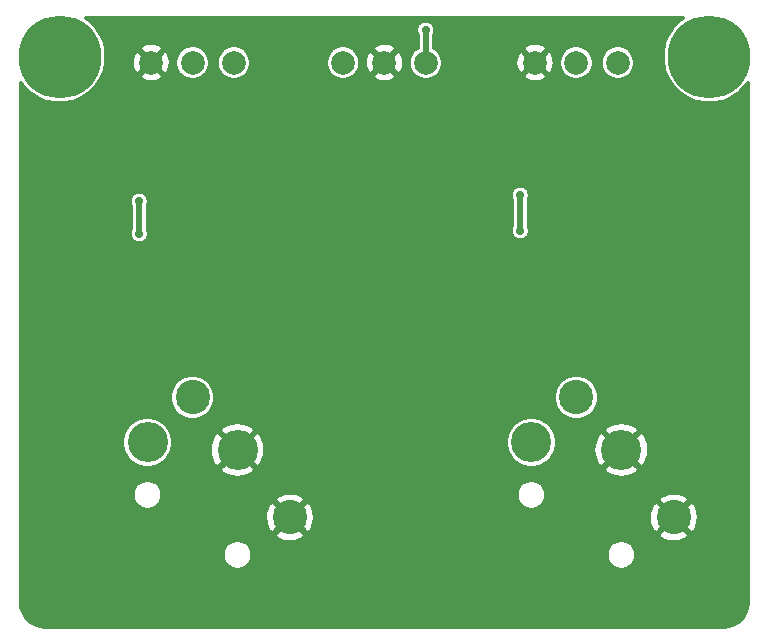
<source format=gbr>
%TF.GenerationSoftware,KiCad,Pcbnew,(5.1.6-0)*%
%TF.CreationDate,2023-04-12T18:51:22-07:00*%
%TF.ProjectId,input_buffer_bal_XLR_SMD_1206,696e7075-745f-4627-9566-6665725f6261,rev?*%
%TF.SameCoordinates,Original*%
%TF.FileFunction,Copper,L2,Bot*%
%TF.FilePolarity,Positive*%
%FSLAX46Y46*%
G04 Gerber Fmt 4.6, Leading zero omitted, Abs format (unit mm)*
G04 Created by KiCad (PCBNEW (5.1.6-0)) date 2023-04-12 18:51:22*
%MOMM*%
%LPD*%
G01*
G04 APERTURE LIST*
%TA.AperFunction,ComponentPad*%
%ADD10C,0.800000*%
%TD*%
%TA.AperFunction,ComponentPad*%
%ADD11C,7.000000*%
%TD*%
%TA.AperFunction,ComponentPad*%
%ADD12C,2.900000*%
%TD*%
%TA.AperFunction,ComponentPad*%
%ADD13C,3.400000*%
%TD*%
%TA.AperFunction,ComponentPad*%
%ADD14C,2.000000*%
%TD*%
%TA.AperFunction,ViaPad*%
%ADD15C,0.700000*%
%TD*%
%TA.AperFunction,Conductor*%
%ADD16C,0.500000*%
%TD*%
%TA.AperFunction,Conductor*%
%ADD17C,0.300000*%
%TD*%
G04 APERTURE END LIST*
D10*
%TO.P,H2,1*%
%TO.N,N/C*%
X150606155Y-106893845D03*
X148750000Y-106125000D03*
X146893845Y-106893845D03*
X146125000Y-108750000D03*
X146893845Y-110606155D03*
X148750000Y-111375000D03*
X150606155Y-110606155D03*
X151375000Y-108750000D03*
D11*
X148750000Y-108750000D03*
%TD*%
D10*
%TO.P,H1,1*%
%TO.N,N/C*%
X95606155Y-106893845D03*
X93750000Y-106125000D03*
X91893845Y-106893845D03*
X91125000Y-108750000D03*
X91893845Y-110606155D03*
X93750000Y-111375000D03*
X95606155Y-110606155D03*
X96375000Y-108750000D03*
D11*
X93750000Y-108750000D03*
%TD*%
D12*
%TO.P,J2,G*%
%TO.N,GND*%
X145750000Y-147760000D03*
%TO.P,J2,3*%
%TO.N,Net-(D4-Pad2)*%
X137500000Y-137590000D03*
D13*
%TO.P,J2,2*%
%TO.N,Net-(D3-Pad1)*%
X133690000Y-141405000D03*
%TO.P,J2,1*%
%TO.N,GND*%
X141310000Y-142040000D03*
%TD*%
D12*
%TO.P,J1,G*%
%TO.N,GND*%
X113250000Y-147760000D03*
%TO.P,J1,3*%
%TO.N,Net-(D2-Pad2)*%
X105000000Y-137590000D03*
D13*
%TO.P,J1,2*%
%TO.N,Net-(D1-Pad1)*%
X101190000Y-141405000D03*
%TO.P,J1,1*%
%TO.N,GND*%
X108810000Y-142040000D03*
%TD*%
D14*
%TO.P,J5,3*%
%TO.N,GND*%
X134000000Y-109250000D03*
%TO.P,J5,2*%
%TO.N,Net-(J5-Pad2)*%
X137500000Y-109250000D03*
%TO.P,J5,1*%
%TO.N,Net-(J5-Pad1)*%
X141000000Y-109250000D03*
%TD*%
%TO.P,J4,3*%
%TO.N,GND*%
X101500000Y-109250000D03*
%TO.P,J4,2*%
%TO.N,Net-(J4-Pad2)*%
X105000000Y-109250000D03*
%TO.P,J4,1*%
%TO.N,Net-(J4-Pad1)*%
X108500000Y-109250000D03*
%TD*%
%TO.P,J3,3*%
%TO.N,+15V*%
X117750000Y-109250000D03*
%TO.P,J3,2*%
%TO.N,GND*%
X121250000Y-109250000D03*
%TO.P,J3,1*%
%TO.N,-15V*%
X124750000Y-109250000D03*
%TD*%
D15*
%TO.N,GND*%
X103325000Y-117000000D03*
X106750000Y-126000000D03*
X109750000Y-128250000D03*
X100250000Y-128250000D03*
X94750000Y-122250000D03*
X105000000Y-130250000D03*
X115250000Y-122250000D03*
X137500000Y-130250000D03*
X142750000Y-128250000D03*
X132250000Y-128250000D03*
X139000000Y-126000000D03*
X135750000Y-117000000D03*
X148250000Y-122250000D03*
X126750000Y-122250000D03*
X91651191Y-113492500D03*
X91651191Y-117492500D03*
X91651191Y-121492500D03*
X91651191Y-125492500D03*
X91651191Y-129492500D03*
X91651191Y-133492500D03*
X91651191Y-137492500D03*
X91651191Y-141492500D03*
X91651191Y-145492500D03*
X91651191Y-149492500D03*
X91651191Y-153492500D03*
X93651191Y-115492500D03*
X93651191Y-119492500D03*
X93651191Y-127492500D03*
X93651191Y-131492500D03*
X93651191Y-135492500D03*
X93651191Y-139492500D03*
X93651191Y-143492500D03*
X93651191Y-147492500D03*
X93651191Y-151492500D03*
X93651191Y-155492500D03*
X94651191Y-124492500D03*
X95651191Y-113492500D03*
X95651191Y-117492500D03*
X95651191Y-137492500D03*
X95651191Y-141492500D03*
X95651191Y-145492500D03*
X95651191Y-149492500D03*
X95651191Y-153492500D03*
X96651191Y-120492500D03*
X97651191Y-115492500D03*
X97651191Y-127492500D03*
X97651191Y-131492500D03*
X97651191Y-135492500D03*
X97651191Y-139492500D03*
X97651191Y-143492500D03*
X97651191Y-147492500D03*
X97651191Y-151492500D03*
X97651191Y-155492500D03*
X98651191Y-106492500D03*
X98651191Y-118492500D03*
X99651191Y-133492500D03*
X99651191Y-137492500D03*
X99651191Y-149492500D03*
X99651191Y-153492500D03*
X100651191Y-112492500D03*
X101651191Y-115492500D03*
X101651191Y-135492500D03*
X101651191Y-151492500D03*
X101651191Y-155492500D03*
X102651191Y-147492500D03*
X103651191Y-113492500D03*
X103651191Y-133492500D03*
X103651191Y-143492500D03*
X103651191Y-153492500D03*
X104651191Y-119492500D03*
X104651191Y-123492500D03*
X104651191Y-140492500D03*
X104651191Y-149492500D03*
X105651191Y-111492500D03*
X105651191Y-145492500D03*
X105651191Y-155492500D03*
X106651191Y-127492500D03*
X106651191Y-134492500D03*
X106651191Y-151492500D03*
X107651191Y-124492500D03*
X107651191Y-138492500D03*
X107651191Y-147492500D03*
X108651191Y-112492500D03*
X108651191Y-118492500D03*
X108651191Y-153492500D03*
X109651191Y-115492500D03*
X109651191Y-130492500D03*
X109651191Y-135492500D03*
X109651191Y-145492500D03*
X110651191Y-109492500D03*
X110651191Y-149492500D03*
X110651191Y-155492500D03*
X111651191Y-113492500D03*
X111651191Y-117492500D03*
X111651191Y-132492500D03*
X111651191Y-137492500D03*
X111651191Y-152492500D03*
X112651191Y-120492500D03*
X112651191Y-127492500D03*
X112651191Y-140492500D03*
X112651191Y-144492500D03*
X113651191Y-110492500D03*
X113651191Y-115492500D03*
X113651191Y-135492500D03*
X113651191Y-154492500D03*
X114651191Y-118492500D03*
X114651191Y-138492500D03*
X114651191Y-142492500D03*
X114651191Y-150492500D03*
X115651191Y-112492500D03*
X115651191Y-124492500D03*
X115651191Y-128492500D03*
X115651191Y-132492500D03*
X115651191Y-145492500D03*
X116651191Y-116492500D03*
X116651191Y-120492500D03*
X116651191Y-136492500D03*
X116651191Y-140492500D03*
X116651191Y-148492500D03*
X116651191Y-152492500D03*
X117651191Y-126492500D03*
X117651191Y-130492500D03*
X117651191Y-143492500D03*
X117651191Y-155492500D03*
X118651191Y-111492500D03*
X118651191Y-118492500D03*
X118651191Y-122492500D03*
X118651191Y-133492500D03*
X118651191Y-138492500D03*
X118651191Y-146492500D03*
X118651191Y-150492500D03*
X119651191Y-114492500D03*
X119651191Y-128492500D03*
X119651191Y-141492500D03*
X119651191Y-153492500D03*
X120651191Y-120492500D03*
X120651191Y-124492500D03*
X120651191Y-131492500D03*
X120651191Y-135492500D03*
X120651191Y-144492500D03*
X120651191Y-148492500D03*
X121651191Y-112492500D03*
X121651191Y-116492500D03*
X121651191Y-139492500D03*
X121651191Y-151492500D03*
X121651191Y-155492500D03*
X122651191Y-122492500D03*
X122651191Y-126492500D03*
X122651191Y-133492500D03*
X122651191Y-142492500D03*
X122651191Y-146492500D03*
X123651191Y-114492500D03*
X123651191Y-118492500D03*
X123651191Y-129492500D03*
X123651191Y-136492500D03*
X123651191Y-149492500D03*
X123651191Y-153492500D03*
X124651191Y-111492500D03*
X124651191Y-124492500D03*
X124651191Y-140492500D03*
X124651191Y-144492500D03*
X125651191Y-116492500D03*
X125651191Y-120492500D03*
X125651191Y-127492500D03*
X125651191Y-131492500D03*
X125651191Y-147492500D03*
X125651191Y-151492500D03*
X125651191Y-155492500D03*
X126651191Y-106492500D03*
X126651191Y-113492500D03*
X126651191Y-134492500D03*
X126651191Y-138492500D03*
X126651191Y-142492500D03*
X127651191Y-109492500D03*
X127651191Y-118492500D03*
X127651191Y-145492500D03*
X127651191Y-149492500D03*
X127651191Y-153492500D03*
X128651191Y-115492500D03*
X128651191Y-140492500D03*
X129651191Y-111492500D03*
X129651191Y-120492500D03*
X129651191Y-127492500D03*
X129651191Y-131492500D03*
X129651191Y-135492500D03*
X129651191Y-143492500D03*
X129651191Y-147492500D03*
X129651191Y-151492500D03*
X129651191Y-155492500D03*
X130651191Y-106492500D03*
X130651191Y-117492500D03*
X131651191Y-109492500D03*
X131651191Y-113492500D03*
X131651191Y-133492500D03*
X131651191Y-137492500D03*
X131651191Y-145492500D03*
X131651191Y-149492500D03*
X131651191Y-153492500D03*
X132651191Y-130492500D03*
X133651191Y-115492500D03*
X133651191Y-135492500D03*
X133651191Y-151492500D03*
X133651191Y-155492500D03*
X134651191Y-106492500D03*
X134651191Y-138492500D03*
X134651191Y-148492500D03*
X135651191Y-113492500D03*
X135651191Y-133492500D03*
X135651191Y-144492500D03*
X135651191Y-153492500D03*
X136651191Y-119492500D03*
X136651191Y-123492500D03*
X136651191Y-140492500D03*
X136651191Y-150492500D03*
X137651191Y-111492500D03*
X137651191Y-146492500D03*
X137651191Y-155492500D03*
X138651191Y-106492500D03*
X138651191Y-114492500D03*
X138651191Y-134492500D03*
X138651191Y-152492500D03*
X139651191Y-124492500D03*
X139651191Y-148492500D03*
X140651191Y-136492500D03*
X140651191Y-145492500D03*
X140651191Y-154492500D03*
X141651191Y-112492500D03*
X141651191Y-116492500D03*
X141651191Y-133492500D03*
X142651191Y-106492500D03*
X142651191Y-130492500D03*
X142651191Y-138492500D03*
X142651191Y-147492500D03*
X143651191Y-109492500D03*
X143651191Y-144492500D03*
X143651191Y-150492500D03*
X143651191Y-155492500D03*
X144651191Y-113492500D03*
X144651191Y-117492500D03*
X144651191Y-132492500D03*
X144651191Y-140492500D03*
X145651191Y-120492500D03*
X145651191Y-127492500D03*
X145651191Y-136492500D03*
X145651191Y-152492500D03*
X146651191Y-115492500D03*
X146651191Y-142492500D03*
X147651191Y-118492500D03*
X147651191Y-134492500D03*
X147651191Y-138492500D03*
X147651191Y-145492500D03*
X147651191Y-150492500D03*
X147651191Y-154492500D03*
X148651191Y-113492500D03*
X148651191Y-124492500D03*
X148651191Y-128492500D03*
X149651191Y-116492500D03*
X149651191Y-120492500D03*
X149651191Y-131492500D03*
X149651191Y-136492500D03*
X149651191Y-140492500D03*
X149651191Y-147492500D03*
X149651191Y-152492500D03*
X150651191Y-126492500D03*
X150651191Y-143492500D03*
X150651191Y-155492500D03*
X101400000Y-124300000D03*
X99525000Y-120725000D03*
X131750000Y-120500000D03*
X133650000Y-124175000D03*
%TO.N,-15V*%
X132750000Y-120500000D03*
X132750000Y-123500000D03*
X124750000Y-106500000D03*
X100500000Y-121000000D03*
X100500000Y-123750000D03*
%TD*%
D16*
%TO.N,-15V*%
X132750000Y-120500000D02*
X132750000Y-123500000D01*
X124750000Y-109250000D02*
X124750000Y-106500000D01*
X100500000Y-121000000D02*
X100500000Y-123750000D01*
%TD*%
D17*
%TO.N,GND*%
G36*
X146232022Y-105681835D02*
G01*
X145681835Y-106232022D01*
X145249556Y-106878974D01*
X144951797Y-107597828D01*
X144800000Y-108360959D01*
X144800000Y-109139041D01*
X144951797Y-109902172D01*
X145249556Y-110621026D01*
X145681835Y-111267978D01*
X146232022Y-111818165D01*
X146878974Y-112250444D01*
X147597828Y-112548203D01*
X148360959Y-112700000D01*
X149139041Y-112700000D01*
X149902172Y-112548203D01*
X150621026Y-112250444D01*
X151267978Y-111818165D01*
X151818165Y-111267978D01*
X152025001Y-110958426D01*
X152025000Y-154976769D01*
X151984200Y-155392881D01*
X151870099Y-155770801D01*
X151684769Y-156119356D01*
X151435263Y-156425281D01*
X151131093Y-156676912D01*
X150783834Y-156864674D01*
X150406727Y-156981408D01*
X149991978Y-157025000D01*
X92523231Y-157025000D01*
X92107119Y-156984200D01*
X91729199Y-156870099D01*
X91380644Y-156684769D01*
X91074719Y-156435263D01*
X90823088Y-156131093D01*
X90635326Y-155783834D01*
X90518592Y-155406727D01*
X90475000Y-154991978D01*
X90475000Y-150806886D01*
X107560000Y-150806886D01*
X107560000Y-151053114D01*
X107608037Y-151294611D01*
X107702265Y-151522097D01*
X107839062Y-151726828D01*
X108013172Y-151900938D01*
X108217903Y-152037735D01*
X108445389Y-152131963D01*
X108686886Y-152180000D01*
X108933114Y-152180000D01*
X109174611Y-152131963D01*
X109402097Y-152037735D01*
X109606828Y-151900938D01*
X109780938Y-151726828D01*
X109917735Y-151522097D01*
X110011963Y-151294611D01*
X110060000Y-151053114D01*
X110060000Y-150806886D01*
X140060000Y-150806886D01*
X140060000Y-151053114D01*
X140108037Y-151294611D01*
X140202265Y-151522097D01*
X140339062Y-151726828D01*
X140513172Y-151900938D01*
X140717903Y-152037735D01*
X140945389Y-152131963D01*
X141186886Y-152180000D01*
X141433114Y-152180000D01*
X141674611Y-152131963D01*
X141902097Y-152037735D01*
X142106828Y-151900938D01*
X142280938Y-151726828D01*
X142417735Y-151522097D01*
X142511963Y-151294611D01*
X142560000Y-151053114D01*
X142560000Y-150806886D01*
X142511963Y-150565389D01*
X142417735Y-150337903D01*
X142280938Y-150133172D01*
X142106828Y-149959062D01*
X141902097Y-149822265D01*
X141674611Y-149728037D01*
X141433114Y-149680000D01*
X141186886Y-149680000D01*
X140945389Y-149728037D01*
X140717903Y-149822265D01*
X140513172Y-149959062D01*
X140339062Y-150133172D01*
X140202265Y-150337903D01*
X140108037Y-150565389D01*
X140060000Y-150806886D01*
X110060000Y-150806886D01*
X110011963Y-150565389D01*
X109917735Y-150337903D01*
X109780938Y-150133172D01*
X109606828Y-149959062D01*
X109402097Y-149822265D01*
X109174611Y-149728037D01*
X108933114Y-149680000D01*
X108686886Y-149680000D01*
X108445389Y-149728037D01*
X108217903Y-149822265D01*
X108013172Y-149959062D01*
X107839062Y-150133172D01*
X107702265Y-150337903D01*
X107608037Y-150565389D01*
X107560000Y-150806886D01*
X90475000Y-150806886D01*
X90475000Y-149206098D01*
X111945323Y-149206098D01*
X112091974Y-149524016D01*
X112458368Y-149716040D01*
X112855183Y-149832896D01*
X113267171Y-149870090D01*
X113678500Y-149826196D01*
X114073361Y-149702898D01*
X114408026Y-149524016D01*
X114554677Y-149206098D01*
X144445323Y-149206098D01*
X144591974Y-149524016D01*
X144958368Y-149716040D01*
X145355183Y-149832896D01*
X145767171Y-149870090D01*
X146178500Y-149826196D01*
X146573361Y-149702898D01*
X146908026Y-149524016D01*
X147054677Y-149206098D01*
X145750000Y-147901421D01*
X144445323Y-149206098D01*
X114554677Y-149206098D01*
X113250000Y-147901421D01*
X111945323Y-149206098D01*
X90475000Y-149206098D01*
X90475000Y-147777171D01*
X111139910Y-147777171D01*
X111183804Y-148188500D01*
X111307102Y-148583361D01*
X111485984Y-148918026D01*
X111803902Y-149064677D01*
X113108579Y-147760000D01*
X113391421Y-147760000D01*
X114696098Y-149064677D01*
X115014016Y-148918026D01*
X115206040Y-148551632D01*
X115322896Y-148154817D01*
X115356989Y-147777171D01*
X143639910Y-147777171D01*
X143683804Y-148188500D01*
X143807102Y-148583361D01*
X143985984Y-148918026D01*
X144303902Y-149064677D01*
X145608579Y-147760000D01*
X145891421Y-147760000D01*
X147196098Y-149064677D01*
X147514016Y-148918026D01*
X147706040Y-148551632D01*
X147822896Y-148154817D01*
X147860090Y-147742829D01*
X147816196Y-147331500D01*
X147692898Y-146936639D01*
X147514016Y-146601974D01*
X147196098Y-146455323D01*
X145891421Y-147760000D01*
X145608579Y-147760000D01*
X144303902Y-146455323D01*
X143985984Y-146601974D01*
X143793960Y-146968368D01*
X143677104Y-147365183D01*
X143639910Y-147777171D01*
X115356989Y-147777171D01*
X115360090Y-147742829D01*
X115316196Y-147331500D01*
X115192898Y-146936639D01*
X115014016Y-146601974D01*
X114696098Y-146455323D01*
X113391421Y-147760000D01*
X113108579Y-147760000D01*
X111803902Y-146455323D01*
X111485984Y-146601974D01*
X111293960Y-146968368D01*
X111177104Y-147365183D01*
X111139910Y-147777171D01*
X90475000Y-147777171D01*
X90475000Y-145726886D01*
X99940000Y-145726886D01*
X99940000Y-145973114D01*
X99988037Y-146214611D01*
X100082265Y-146442097D01*
X100219062Y-146646828D01*
X100393172Y-146820938D01*
X100597903Y-146957735D01*
X100825389Y-147051963D01*
X101066886Y-147100000D01*
X101313114Y-147100000D01*
X101554611Y-147051963D01*
X101782097Y-146957735D01*
X101986828Y-146820938D01*
X102160938Y-146646828D01*
X102297735Y-146442097D01*
X102350835Y-146313902D01*
X111945323Y-146313902D01*
X113250000Y-147618579D01*
X114554677Y-146313902D01*
X114408026Y-145995984D01*
X114041632Y-145803960D01*
X113779908Y-145726886D01*
X132440000Y-145726886D01*
X132440000Y-145973114D01*
X132488037Y-146214611D01*
X132582265Y-146442097D01*
X132719062Y-146646828D01*
X132893172Y-146820938D01*
X133097903Y-146957735D01*
X133325389Y-147051963D01*
X133566886Y-147100000D01*
X133813114Y-147100000D01*
X134054611Y-147051963D01*
X134282097Y-146957735D01*
X134486828Y-146820938D01*
X134660938Y-146646828D01*
X134797735Y-146442097D01*
X134850835Y-146313902D01*
X144445323Y-146313902D01*
X145750000Y-147618579D01*
X147054677Y-146313902D01*
X146908026Y-145995984D01*
X146541632Y-145803960D01*
X146144817Y-145687104D01*
X145732829Y-145649910D01*
X145321500Y-145693804D01*
X144926639Y-145817102D01*
X144591974Y-145995984D01*
X144445323Y-146313902D01*
X134850835Y-146313902D01*
X134891963Y-146214611D01*
X134940000Y-145973114D01*
X134940000Y-145726886D01*
X134891963Y-145485389D01*
X134797735Y-145257903D01*
X134660938Y-145053172D01*
X134486828Y-144879062D01*
X134282097Y-144742265D01*
X134054611Y-144648037D01*
X133813114Y-144600000D01*
X133566886Y-144600000D01*
X133325389Y-144648037D01*
X133097903Y-144742265D01*
X132893172Y-144879062D01*
X132719062Y-145053172D01*
X132582265Y-145257903D01*
X132488037Y-145485389D01*
X132440000Y-145726886D01*
X113779908Y-145726886D01*
X113644817Y-145687104D01*
X113232829Y-145649910D01*
X112821500Y-145693804D01*
X112426639Y-145817102D01*
X112091974Y-145995984D01*
X111945323Y-146313902D01*
X102350835Y-146313902D01*
X102391963Y-146214611D01*
X102440000Y-145973114D01*
X102440000Y-145726886D01*
X102391963Y-145485389D01*
X102297735Y-145257903D01*
X102160938Y-145053172D01*
X101986828Y-144879062D01*
X101782097Y-144742265D01*
X101554611Y-144648037D01*
X101313114Y-144600000D01*
X101066886Y-144600000D01*
X100825389Y-144648037D01*
X100597903Y-144742265D01*
X100393172Y-144879062D01*
X100219062Y-145053172D01*
X100082265Y-145257903D01*
X99988037Y-145485389D01*
X99940000Y-145726886D01*
X90475000Y-145726886D01*
X90475000Y-143663939D01*
X107327483Y-143663939D01*
X107504168Y-144007454D01*
X107913089Y-144224405D01*
X108356479Y-144357410D01*
X108817298Y-144401360D01*
X109277836Y-144354563D01*
X109720395Y-144218819D01*
X110115832Y-144007454D01*
X110292517Y-143663939D01*
X139827483Y-143663939D01*
X140004168Y-144007454D01*
X140413089Y-144224405D01*
X140856479Y-144357410D01*
X141317298Y-144401360D01*
X141777836Y-144354563D01*
X142220395Y-144218819D01*
X142615832Y-144007454D01*
X142792517Y-143663939D01*
X141310000Y-142181421D01*
X139827483Y-143663939D01*
X110292517Y-143663939D01*
X108810000Y-142181421D01*
X107327483Y-143663939D01*
X90475000Y-143663939D01*
X90475000Y-141193243D01*
X99040000Y-141193243D01*
X99040000Y-141616757D01*
X99122623Y-142032132D01*
X99284695Y-142423407D01*
X99519986Y-142775545D01*
X99819455Y-143075014D01*
X100171593Y-143310305D01*
X100562868Y-143472377D01*
X100978243Y-143555000D01*
X101401757Y-143555000D01*
X101817132Y-143472377D01*
X102208407Y-143310305D01*
X102560545Y-143075014D01*
X102860014Y-142775545D01*
X103095305Y-142423407D01*
X103251095Y-142047298D01*
X106448640Y-142047298D01*
X106495437Y-142507836D01*
X106631181Y-142950395D01*
X106842546Y-143345832D01*
X107186061Y-143522517D01*
X108668579Y-142040000D01*
X108951421Y-142040000D01*
X110433939Y-143522517D01*
X110777454Y-143345832D01*
X110994405Y-142936911D01*
X111127410Y-142493521D01*
X111171360Y-142032702D01*
X111124563Y-141572164D01*
X111008339Y-141193243D01*
X131540000Y-141193243D01*
X131540000Y-141616757D01*
X131622623Y-142032132D01*
X131784695Y-142423407D01*
X132019986Y-142775545D01*
X132319455Y-143075014D01*
X132671593Y-143310305D01*
X133062868Y-143472377D01*
X133478243Y-143555000D01*
X133901757Y-143555000D01*
X134317132Y-143472377D01*
X134708407Y-143310305D01*
X135060545Y-143075014D01*
X135360014Y-142775545D01*
X135595305Y-142423407D01*
X135751095Y-142047298D01*
X138948640Y-142047298D01*
X138995437Y-142507836D01*
X139131181Y-142950395D01*
X139342546Y-143345832D01*
X139686061Y-143522517D01*
X141168579Y-142040000D01*
X141451421Y-142040000D01*
X142933939Y-143522517D01*
X143277454Y-143345832D01*
X143494405Y-142936911D01*
X143627410Y-142493521D01*
X143671360Y-142032702D01*
X143624563Y-141572164D01*
X143488819Y-141129605D01*
X143277454Y-140734168D01*
X142933939Y-140557483D01*
X141451421Y-142040000D01*
X141168579Y-142040000D01*
X139686061Y-140557483D01*
X139342546Y-140734168D01*
X139125595Y-141143089D01*
X138992590Y-141586479D01*
X138948640Y-142047298D01*
X135751095Y-142047298D01*
X135757377Y-142032132D01*
X135840000Y-141616757D01*
X135840000Y-141193243D01*
X135757377Y-140777868D01*
X135607512Y-140416061D01*
X139827483Y-140416061D01*
X141310000Y-141898579D01*
X142792517Y-140416061D01*
X142615832Y-140072546D01*
X142206911Y-139855595D01*
X141763521Y-139722590D01*
X141302702Y-139678640D01*
X140842164Y-139725437D01*
X140399605Y-139861181D01*
X140004168Y-140072546D01*
X139827483Y-140416061D01*
X135607512Y-140416061D01*
X135595305Y-140386593D01*
X135360014Y-140034455D01*
X135060545Y-139734986D01*
X134708407Y-139499695D01*
X134317132Y-139337623D01*
X133901757Y-139255000D01*
X133478243Y-139255000D01*
X133062868Y-139337623D01*
X132671593Y-139499695D01*
X132319455Y-139734986D01*
X132019986Y-140034455D01*
X131784695Y-140386593D01*
X131622623Y-140777868D01*
X131540000Y-141193243D01*
X111008339Y-141193243D01*
X110988819Y-141129605D01*
X110777454Y-140734168D01*
X110433939Y-140557483D01*
X108951421Y-142040000D01*
X108668579Y-142040000D01*
X107186061Y-140557483D01*
X106842546Y-140734168D01*
X106625595Y-141143089D01*
X106492590Y-141586479D01*
X106448640Y-142047298D01*
X103251095Y-142047298D01*
X103257377Y-142032132D01*
X103340000Y-141616757D01*
X103340000Y-141193243D01*
X103257377Y-140777868D01*
X103107512Y-140416061D01*
X107327483Y-140416061D01*
X108810000Y-141898579D01*
X110292517Y-140416061D01*
X110115832Y-140072546D01*
X109706911Y-139855595D01*
X109263521Y-139722590D01*
X108802702Y-139678640D01*
X108342164Y-139725437D01*
X107899605Y-139861181D01*
X107504168Y-140072546D01*
X107327483Y-140416061D01*
X103107512Y-140416061D01*
X103095305Y-140386593D01*
X102860014Y-140034455D01*
X102560545Y-139734986D01*
X102208407Y-139499695D01*
X101817132Y-139337623D01*
X101401757Y-139255000D01*
X100978243Y-139255000D01*
X100562868Y-139337623D01*
X100171593Y-139499695D01*
X99819455Y-139734986D01*
X99519986Y-140034455D01*
X99284695Y-140386593D01*
X99122623Y-140777868D01*
X99040000Y-141193243D01*
X90475000Y-141193243D01*
X90475000Y-137402866D01*
X103100000Y-137402866D01*
X103100000Y-137777134D01*
X103173016Y-138144209D01*
X103316242Y-138489987D01*
X103524174Y-138801179D01*
X103788821Y-139065826D01*
X104100013Y-139273758D01*
X104445791Y-139416984D01*
X104812866Y-139490000D01*
X105187134Y-139490000D01*
X105554209Y-139416984D01*
X105899987Y-139273758D01*
X106211179Y-139065826D01*
X106475826Y-138801179D01*
X106683758Y-138489987D01*
X106826984Y-138144209D01*
X106900000Y-137777134D01*
X106900000Y-137402866D01*
X135600000Y-137402866D01*
X135600000Y-137777134D01*
X135673016Y-138144209D01*
X135816242Y-138489987D01*
X136024174Y-138801179D01*
X136288821Y-139065826D01*
X136600013Y-139273758D01*
X136945791Y-139416984D01*
X137312866Y-139490000D01*
X137687134Y-139490000D01*
X138054209Y-139416984D01*
X138399987Y-139273758D01*
X138711179Y-139065826D01*
X138975826Y-138801179D01*
X139183758Y-138489987D01*
X139326984Y-138144209D01*
X139400000Y-137777134D01*
X139400000Y-137402866D01*
X139326984Y-137035791D01*
X139183758Y-136690013D01*
X138975826Y-136378821D01*
X138711179Y-136114174D01*
X138399987Y-135906242D01*
X138054209Y-135763016D01*
X137687134Y-135690000D01*
X137312866Y-135690000D01*
X136945791Y-135763016D01*
X136600013Y-135906242D01*
X136288821Y-136114174D01*
X136024174Y-136378821D01*
X135816242Y-136690013D01*
X135673016Y-137035791D01*
X135600000Y-137402866D01*
X106900000Y-137402866D01*
X106826984Y-137035791D01*
X106683758Y-136690013D01*
X106475826Y-136378821D01*
X106211179Y-136114174D01*
X105899987Y-135906242D01*
X105554209Y-135763016D01*
X105187134Y-135690000D01*
X104812866Y-135690000D01*
X104445791Y-135763016D01*
X104100013Y-135906242D01*
X103788821Y-136114174D01*
X103524174Y-136378821D01*
X103316242Y-136690013D01*
X103173016Y-137035791D01*
X103100000Y-137402866D01*
X90475000Y-137402866D01*
X90475000Y-120921207D01*
X99700000Y-120921207D01*
X99700000Y-121078793D01*
X99730743Y-121233351D01*
X99791049Y-121378942D01*
X99800000Y-121392338D01*
X99800001Y-123357661D01*
X99791049Y-123371058D01*
X99730743Y-123516649D01*
X99700000Y-123671207D01*
X99700000Y-123828793D01*
X99730743Y-123983351D01*
X99791049Y-124128942D01*
X99878599Y-124259970D01*
X99990030Y-124371401D01*
X100121058Y-124458951D01*
X100266649Y-124519257D01*
X100421207Y-124550000D01*
X100578793Y-124550000D01*
X100733351Y-124519257D01*
X100878942Y-124458951D01*
X101009970Y-124371401D01*
X101121401Y-124259970D01*
X101208951Y-124128942D01*
X101269257Y-123983351D01*
X101300000Y-123828793D01*
X101300000Y-123671207D01*
X101269257Y-123516649D01*
X101208951Y-123371058D01*
X101200000Y-123357662D01*
X101200000Y-121392338D01*
X101208951Y-121378942D01*
X101269257Y-121233351D01*
X101300000Y-121078793D01*
X101300000Y-120921207D01*
X101269257Y-120766649D01*
X101208951Y-120621058D01*
X101121401Y-120490030D01*
X101052578Y-120421207D01*
X131950000Y-120421207D01*
X131950000Y-120578793D01*
X131980743Y-120733351D01*
X132041049Y-120878942D01*
X132050000Y-120892338D01*
X132050001Y-123107661D01*
X132041049Y-123121058D01*
X131980743Y-123266649D01*
X131950000Y-123421207D01*
X131950000Y-123578793D01*
X131980743Y-123733351D01*
X132041049Y-123878942D01*
X132128599Y-124009970D01*
X132240030Y-124121401D01*
X132371058Y-124208951D01*
X132516649Y-124269257D01*
X132671207Y-124300000D01*
X132828793Y-124300000D01*
X132983351Y-124269257D01*
X133128942Y-124208951D01*
X133259970Y-124121401D01*
X133371401Y-124009970D01*
X133458951Y-123878942D01*
X133519257Y-123733351D01*
X133550000Y-123578793D01*
X133550000Y-123421207D01*
X133519257Y-123266649D01*
X133458951Y-123121058D01*
X133450000Y-123107662D01*
X133450000Y-120892338D01*
X133458951Y-120878942D01*
X133519257Y-120733351D01*
X133550000Y-120578793D01*
X133550000Y-120421207D01*
X133519257Y-120266649D01*
X133458951Y-120121058D01*
X133371401Y-119990030D01*
X133259970Y-119878599D01*
X133128942Y-119791049D01*
X132983351Y-119730743D01*
X132828793Y-119700000D01*
X132671207Y-119700000D01*
X132516649Y-119730743D01*
X132371058Y-119791049D01*
X132240030Y-119878599D01*
X132128599Y-119990030D01*
X132041049Y-120121058D01*
X131980743Y-120266649D01*
X131950000Y-120421207D01*
X101052578Y-120421207D01*
X101009970Y-120378599D01*
X100878942Y-120291049D01*
X100733351Y-120230743D01*
X100578793Y-120200000D01*
X100421207Y-120200000D01*
X100266649Y-120230743D01*
X100121058Y-120291049D01*
X99990030Y-120378599D01*
X99878599Y-120490030D01*
X99791049Y-120621058D01*
X99730743Y-120766649D01*
X99700000Y-120921207D01*
X90475000Y-120921207D01*
X90475000Y-110958427D01*
X90681835Y-111267978D01*
X91232022Y-111818165D01*
X91878974Y-112250444D01*
X92597828Y-112548203D01*
X93360959Y-112700000D01*
X94139041Y-112700000D01*
X94902172Y-112548203D01*
X95621026Y-112250444D01*
X96267978Y-111818165D01*
X96818165Y-111267978D01*
X97250444Y-110621026D01*
X97352015Y-110375811D01*
X100515610Y-110375811D01*
X100608138Y-110647674D01*
X100897947Y-110794812D01*
X101210892Y-110882584D01*
X101534949Y-110907616D01*
X101857662Y-110868947D01*
X102166631Y-110768063D01*
X102391862Y-110647674D01*
X102484390Y-110375811D01*
X101500000Y-109391421D01*
X100515610Y-110375811D01*
X97352015Y-110375811D01*
X97548203Y-109902172D01*
X97670976Y-109284949D01*
X99842384Y-109284949D01*
X99881053Y-109607662D01*
X99981937Y-109916631D01*
X100102326Y-110141862D01*
X100374189Y-110234390D01*
X101358579Y-109250000D01*
X101641421Y-109250000D01*
X102625811Y-110234390D01*
X102897674Y-110141862D01*
X103044812Y-109852053D01*
X103132584Y-109539108D01*
X103157616Y-109215051D01*
X103144692Y-109107187D01*
X103550000Y-109107187D01*
X103550000Y-109392813D01*
X103605723Y-109672949D01*
X103715027Y-109936833D01*
X103873711Y-110174321D01*
X104075679Y-110376289D01*
X104313167Y-110534973D01*
X104577051Y-110644277D01*
X104857187Y-110700000D01*
X105142813Y-110700000D01*
X105422949Y-110644277D01*
X105686833Y-110534973D01*
X105924321Y-110376289D01*
X106126289Y-110174321D01*
X106284973Y-109936833D01*
X106394277Y-109672949D01*
X106450000Y-109392813D01*
X106450000Y-109107187D01*
X107050000Y-109107187D01*
X107050000Y-109392813D01*
X107105723Y-109672949D01*
X107215027Y-109936833D01*
X107373711Y-110174321D01*
X107575679Y-110376289D01*
X107813167Y-110534973D01*
X108077051Y-110644277D01*
X108357187Y-110700000D01*
X108642813Y-110700000D01*
X108922949Y-110644277D01*
X109186833Y-110534973D01*
X109424321Y-110376289D01*
X109626289Y-110174321D01*
X109784973Y-109936833D01*
X109894277Y-109672949D01*
X109950000Y-109392813D01*
X109950000Y-109107187D01*
X116300000Y-109107187D01*
X116300000Y-109392813D01*
X116355723Y-109672949D01*
X116465027Y-109936833D01*
X116623711Y-110174321D01*
X116825679Y-110376289D01*
X117063167Y-110534973D01*
X117327051Y-110644277D01*
X117607187Y-110700000D01*
X117892813Y-110700000D01*
X118172949Y-110644277D01*
X118436833Y-110534973D01*
X118674321Y-110376289D01*
X118674799Y-110375811D01*
X120265610Y-110375811D01*
X120358138Y-110647674D01*
X120647947Y-110794812D01*
X120960892Y-110882584D01*
X121284949Y-110907616D01*
X121607662Y-110868947D01*
X121916631Y-110768063D01*
X122141862Y-110647674D01*
X122234390Y-110375811D01*
X121250000Y-109391421D01*
X120265610Y-110375811D01*
X118674799Y-110375811D01*
X118876289Y-110174321D01*
X119034973Y-109936833D01*
X119144277Y-109672949D01*
X119200000Y-109392813D01*
X119200000Y-109284949D01*
X119592384Y-109284949D01*
X119631053Y-109607662D01*
X119731937Y-109916631D01*
X119852326Y-110141862D01*
X120124189Y-110234390D01*
X121108579Y-109250000D01*
X121391421Y-109250000D01*
X122375811Y-110234390D01*
X122647674Y-110141862D01*
X122794812Y-109852053D01*
X122882584Y-109539108D01*
X122907616Y-109215051D01*
X122894692Y-109107187D01*
X123300000Y-109107187D01*
X123300000Y-109392813D01*
X123355723Y-109672949D01*
X123465027Y-109936833D01*
X123623711Y-110174321D01*
X123825679Y-110376289D01*
X124063167Y-110534973D01*
X124327051Y-110644277D01*
X124607187Y-110700000D01*
X124892813Y-110700000D01*
X125172949Y-110644277D01*
X125436833Y-110534973D01*
X125674321Y-110376289D01*
X125674799Y-110375811D01*
X133015610Y-110375811D01*
X133108138Y-110647674D01*
X133397947Y-110794812D01*
X133710892Y-110882584D01*
X134034949Y-110907616D01*
X134357662Y-110868947D01*
X134666631Y-110768063D01*
X134891862Y-110647674D01*
X134984390Y-110375811D01*
X134000000Y-109391421D01*
X133015610Y-110375811D01*
X125674799Y-110375811D01*
X125876289Y-110174321D01*
X126034973Y-109936833D01*
X126144277Y-109672949D01*
X126200000Y-109392813D01*
X126200000Y-109284949D01*
X132342384Y-109284949D01*
X132381053Y-109607662D01*
X132481937Y-109916631D01*
X132602326Y-110141862D01*
X132874189Y-110234390D01*
X133858579Y-109250000D01*
X134141421Y-109250000D01*
X135125811Y-110234390D01*
X135397674Y-110141862D01*
X135544812Y-109852053D01*
X135632584Y-109539108D01*
X135657616Y-109215051D01*
X135644692Y-109107187D01*
X136050000Y-109107187D01*
X136050000Y-109392813D01*
X136105723Y-109672949D01*
X136215027Y-109936833D01*
X136373711Y-110174321D01*
X136575679Y-110376289D01*
X136813167Y-110534973D01*
X137077051Y-110644277D01*
X137357187Y-110700000D01*
X137642813Y-110700000D01*
X137922949Y-110644277D01*
X138186833Y-110534973D01*
X138424321Y-110376289D01*
X138626289Y-110174321D01*
X138784973Y-109936833D01*
X138894277Y-109672949D01*
X138950000Y-109392813D01*
X138950000Y-109107187D01*
X139550000Y-109107187D01*
X139550000Y-109392813D01*
X139605723Y-109672949D01*
X139715027Y-109936833D01*
X139873711Y-110174321D01*
X140075679Y-110376289D01*
X140313167Y-110534973D01*
X140577051Y-110644277D01*
X140857187Y-110700000D01*
X141142813Y-110700000D01*
X141422949Y-110644277D01*
X141686833Y-110534973D01*
X141924321Y-110376289D01*
X142126289Y-110174321D01*
X142284973Y-109936833D01*
X142394277Y-109672949D01*
X142450000Y-109392813D01*
X142450000Y-109107187D01*
X142394277Y-108827051D01*
X142284973Y-108563167D01*
X142126289Y-108325679D01*
X141924321Y-108123711D01*
X141686833Y-107965027D01*
X141422949Y-107855723D01*
X141142813Y-107800000D01*
X140857187Y-107800000D01*
X140577051Y-107855723D01*
X140313167Y-107965027D01*
X140075679Y-108123711D01*
X139873711Y-108325679D01*
X139715027Y-108563167D01*
X139605723Y-108827051D01*
X139550000Y-109107187D01*
X138950000Y-109107187D01*
X138894277Y-108827051D01*
X138784973Y-108563167D01*
X138626289Y-108325679D01*
X138424321Y-108123711D01*
X138186833Y-107965027D01*
X137922949Y-107855723D01*
X137642813Y-107800000D01*
X137357187Y-107800000D01*
X137077051Y-107855723D01*
X136813167Y-107965027D01*
X136575679Y-108123711D01*
X136373711Y-108325679D01*
X136215027Y-108563167D01*
X136105723Y-108827051D01*
X136050000Y-109107187D01*
X135644692Y-109107187D01*
X135618947Y-108892338D01*
X135518063Y-108583369D01*
X135397674Y-108358138D01*
X135125811Y-108265610D01*
X134141421Y-109250000D01*
X133858579Y-109250000D01*
X132874189Y-108265610D01*
X132602326Y-108358138D01*
X132455188Y-108647947D01*
X132367416Y-108960892D01*
X132342384Y-109284949D01*
X126200000Y-109284949D01*
X126200000Y-109107187D01*
X126144277Y-108827051D01*
X126034973Y-108563167D01*
X125876289Y-108325679D01*
X125674799Y-108124189D01*
X133015610Y-108124189D01*
X134000000Y-109108579D01*
X134984390Y-108124189D01*
X134891862Y-107852326D01*
X134602053Y-107705188D01*
X134289108Y-107617416D01*
X133965051Y-107592384D01*
X133642338Y-107631053D01*
X133333369Y-107731937D01*
X133108138Y-107852326D01*
X133015610Y-108124189D01*
X125674799Y-108124189D01*
X125674321Y-108123711D01*
X125450000Y-107973825D01*
X125450000Y-106892338D01*
X125458951Y-106878942D01*
X125519257Y-106733351D01*
X125550000Y-106578793D01*
X125550000Y-106421207D01*
X125519257Y-106266649D01*
X125458951Y-106121058D01*
X125371401Y-105990030D01*
X125259970Y-105878599D01*
X125128942Y-105791049D01*
X124983351Y-105730743D01*
X124828793Y-105700000D01*
X124671207Y-105700000D01*
X124516649Y-105730743D01*
X124371058Y-105791049D01*
X124240030Y-105878599D01*
X124128599Y-105990030D01*
X124041049Y-106121058D01*
X123980743Y-106266649D01*
X123950000Y-106421207D01*
X123950000Y-106578793D01*
X123980743Y-106733351D01*
X124041049Y-106878942D01*
X124050001Y-106892339D01*
X124050000Y-107973825D01*
X123825679Y-108123711D01*
X123623711Y-108325679D01*
X123465027Y-108563167D01*
X123355723Y-108827051D01*
X123300000Y-109107187D01*
X122894692Y-109107187D01*
X122868947Y-108892338D01*
X122768063Y-108583369D01*
X122647674Y-108358138D01*
X122375811Y-108265610D01*
X121391421Y-109250000D01*
X121108579Y-109250000D01*
X120124189Y-108265610D01*
X119852326Y-108358138D01*
X119705188Y-108647947D01*
X119617416Y-108960892D01*
X119592384Y-109284949D01*
X119200000Y-109284949D01*
X119200000Y-109107187D01*
X119144277Y-108827051D01*
X119034973Y-108563167D01*
X118876289Y-108325679D01*
X118674799Y-108124189D01*
X120265610Y-108124189D01*
X121250000Y-109108579D01*
X122234390Y-108124189D01*
X122141862Y-107852326D01*
X121852053Y-107705188D01*
X121539108Y-107617416D01*
X121215051Y-107592384D01*
X120892338Y-107631053D01*
X120583369Y-107731937D01*
X120358138Y-107852326D01*
X120265610Y-108124189D01*
X118674799Y-108124189D01*
X118674321Y-108123711D01*
X118436833Y-107965027D01*
X118172949Y-107855723D01*
X117892813Y-107800000D01*
X117607187Y-107800000D01*
X117327051Y-107855723D01*
X117063167Y-107965027D01*
X116825679Y-108123711D01*
X116623711Y-108325679D01*
X116465027Y-108563167D01*
X116355723Y-108827051D01*
X116300000Y-109107187D01*
X109950000Y-109107187D01*
X109894277Y-108827051D01*
X109784973Y-108563167D01*
X109626289Y-108325679D01*
X109424321Y-108123711D01*
X109186833Y-107965027D01*
X108922949Y-107855723D01*
X108642813Y-107800000D01*
X108357187Y-107800000D01*
X108077051Y-107855723D01*
X107813167Y-107965027D01*
X107575679Y-108123711D01*
X107373711Y-108325679D01*
X107215027Y-108563167D01*
X107105723Y-108827051D01*
X107050000Y-109107187D01*
X106450000Y-109107187D01*
X106394277Y-108827051D01*
X106284973Y-108563167D01*
X106126289Y-108325679D01*
X105924321Y-108123711D01*
X105686833Y-107965027D01*
X105422949Y-107855723D01*
X105142813Y-107800000D01*
X104857187Y-107800000D01*
X104577051Y-107855723D01*
X104313167Y-107965027D01*
X104075679Y-108123711D01*
X103873711Y-108325679D01*
X103715027Y-108563167D01*
X103605723Y-108827051D01*
X103550000Y-109107187D01*
X103144692Y-109107187D01*
X103118947Y-108892338D01*
X103018063Y-108583369D01*
X102897674Y-108358138D01*
X102625811Y-108265610D01*
X101641421Y-109250000D01*
X101358579Y-109250000D01*
X100374189Y-108265610D01*
X100102326Y-108358138D01*
X99955188Y-108647947D01*
X99867416Y-108960892D01*
X99842384Y-109284949D01*
X97670976Y-109284949D01*
X97700000Y-109139041D01*
X97700000Y-108360959D01*
X97652904Y-108124189D01*
X100515610Y-108124189D01*
X101500000Y-109108579D01*
X102484390Y-108124189D01*
X102391862Y-107852326D01*
X102102053Y-107705188D01*
X101789108Y-107617416D01*
X101465051Y-107592384D01*
X101142338Y-107631053D01*
X100833369Y-107731937D01*
X100608138Y-107852326D01*
X100515610Y-108124189D01*
X97652904Y-108124189D01*
X97548203Y-107597828D01*
X97250444Y-106878974D01*
X96818165Y-106232022D01*
X96267978Y-105681835D01*
X95958427Y-105475000D01*
X146541573Y-105475000D01*
X146232022Y-105681835D01*
G37*
X146232022Y-105681835D02*
X145681835Y-106232022D01*
X145249556Y-106878974D01*
X144951797Y-107597828D01*
X144800000Y-108360959D01*
X144800000Y-109139041D01*
X144951797Y-109902172D01*
X145249556Y-110621026D01*
X145681835Y-111267978D01*
X146232022Y-111818165D01*
X146878974Y-112250444D01*
X147597828Y-112548203D01*
X148360959Y-112700000D01*
X149139041Y-112700000D01*
X149902172Y-112548203D01*
X150621026Y-112250444D01*
X151267978Y-111818165D01*
X151818165Y-111267978D01*
X152025001Y-110958426D01*
X152025000Y-154976769D01*
X151984200Y-155392881D01*
X151870099Y-155770801D01*
X151684769Y-156119356D01*
X151435263Y-156425281D01*
X151131093Y-156676912D01*
X150783834Y-156864674D01*
X150406727Y-156981408D01*
X149991978Y-157025000D01*
X92523231Y-157025000D01*
X92107119Y-156984200D01*
X91729199Y-156870099D01*
X91380644Y-156684769D01*
X91074719Y-156435263D01*
X90823088Y-156131093D01*
X90635326Y-155783834D01*
X90518592Y-155406727D01*
X90475000Y-154991978D01*
X90475000Y-150806886D01*
X107560000Y-150806886D01*
X107560000Y-151053114D01*
X107608037Y-151294611D01*
X107702265Y-151522097D01*
X107839062Y-151726828D01*
X108013172Y-151900938D01*
X108217903Y-152037735D01*
X108445389Y-152131963D01*
X108686886Y-152180000D01*
X108933114Y-152180000D01*
X109174611Y-152131963D01*
X109402097Y-152037735D01*
X109606828Y-151900938D01*
X109780938Y-151726828D01*
X109917735Y-151522097D01*
X110011963Y-151294611D01*
X110060000Y-151053114D01*
X110060000Y-150806886D01*
X140060000Y-150806886D01*
X140060000Y-151053114D01*
X140108037Y-151294611D01*
X140202265Y-151522097D01*
X140339062Y-151726828D01*
X140513172Y-151900938D01*
X140717903Y-152037735D01*
X140945389Y-152131963D01*
X141186886Y-152180000D01*
X141433114Y-152180000D01*
X141674611Y-152131963D01*
X141902097Y-152037735D01*
X142106828Y-151900938D01*
X142280938Y-151726828D01*
X142417735Y-151522097D01*
X142511963Y-151294611D01*
X142560000Y-151053114D01*
X142560000Y-150806886D01*
X142511963Y-150565389D01*
X142417735Y-150337903D01*
X142280938Y-150133172D01*
X142106828Y-149959062D01*
X141902097Y-149822265D01*
X141674611Y-149728037D01*
X141433114Y-149680000D01*
X141186886Y-149680000D01*
X140945389Y-149728037D01*
X140717903Y-149822265D01*
X140513172Y-149959062D01*
X140339062Y-150133172D01*
X140202265Y-150337903D01*
X140108037Y-150565389D01*
X140060000Y-150806886D01*
X110060000Y-150806886D01*
X110011963Y-150565389D01*
X109917735Y-150337903D01*
X109780938Y-150133172D01*
X109606828Y-149959062D01*
X109402097Y-149822265D01*
X109174611Y-149728037D01*
X108933114Y-149680000D01*
X108686886Y-149680000D01*
X108445389Y-149728037D01*
X108217903Y-149822265D01*
X108013172Y-149959062D01*
X107839062Y-150133172D01*
X107702265Y-150337903D01*
X107608037Y-150565389D01*
X107560000Y-150806886D01*
X90475000Y-150806886D01*
X90475000Y-149206098D01*
X111945323Y-149206098D01*
X112091974Y-149524016D01*
X112458368Y-149716040D01*
X112855183Y-149832896D01*
X113267171Y-149870090D01*
X113678500Y-149826196D01*
X114073361Y-149702898D01*
X114408026Y-149524016D01*
X114554677Y-149206098D01*
X144445323Y-149206098D01*
X144591974Y-149524016D01*
X144958368Y-149716040D01*
X145355183Y-149832896D01*
X145767171Y-149870090D01*
X146178500Y-149826196D01*
X146573361Y-149702898D01*
X146908026Y-149524016D01*
X147054677Y-149206098D01*
X145750000Y-147901421D01*
X144445323Y-149206098D01*
X114554677Y-149206098D01*
X113250000Y-147901421D01*
X111945323Y-149206098D01*
X90475000Y-149206098D01*
X90475000Y-147777171D01*
X111139910Y-147777171D01*
X111183804Y-148188500D01*
X111307102Y-148583361D01*
X111485984Y-148918026D01*
X111803902Y-149064677D01*
X113108579Y-147760000D01*
X113391421Y-147760000D01*
X114696098Y-149064677D01*
X115014016Y-148918026D01*
X115206040Y-148551632D01*
X115322896Y-148154817D01*
X115356989Y-147777171D01*
X143639910Y-147777171D01*
X143683804Y-148188500D01*
X143807102Y-148583361D01*
X143985984Y-148918026D01*
X144303902Y-149064677D01*
X145608579Y-147760000D01*
X145891421Y-147760000D01*
X147196098Y-149064677D01*
X147514016Y-148918026D01*
X147706040Y-148551632D01*
X147822896Y-148154817D01*
X147860090Y-147742829D01*
X147816196Y-147331500D01*
X147692898Y-146936639D01*
X147514016Y-146601974D01*
X147196098Y-146455323D01*
X145891421Y-147760000D01*
X145608579Y-147760000D01*
X144303902Y-146455323D01*
X143985984Y-146601974D01*
X143793960Y-146968368D01*
X143677104Y-147365183D01*
X143639910Y-147777171D01*
X115356989Y-147777171D01*
X115360090Y-147742829D01*
X115316196Y-147331500D01*
X115192898Y-146936639D01*
X115014016Y-146601974D01*
X114696098Y-146455323D01*
X113391421Y-147760000D01*
X113108579Y-147760000D01*
X111803902Y-146455323D01*
X111485984Y-146601974D01*
X111293960Y-146968368D01*
X111177104Y-147365183D01*
X111139910Y-147777171D01*
X90475000Y-147777171D01*
X90475000Y-145726886D01*
X99940000Y-145726886D01*
X99940000Y-145973114D01*
X99988037Y-146214611D01*
X100082265Y-146442097D01*
X100219062Y-146646828D01*
X100393172Y-146820938D01*
X100597903Y-146957735D01*
X100825389Y-147051963D01*
X101066886Y-147100000D01*
X101313114Y-147100000D01*
X101554611Y-147051963D01*
X101782097Y-146957735D01*
X101986828Y-146820938D01*
X102160938Y-146646828D01*
X102297735Y-146442097D01*
X102350835Y-146313902D01*
X111945323Y-146313902D01*
X113250000Y-147618579D01*
X114554677Y-146313902D01*
X114408026Y-145995984D01*
X114041632Y-145803960D01*
X113779908Y-145726886D01*
X132440000Y-145726886D01*
X132440000Y-145973114D01*
X132488037Y-146214611D01*
X132582265Y-146442097D01*
X132719062Y-146646828D01*
X132893172Y-146820938D01*
X133097903Y-146957735D01*
X133325389Y-147051963D01*
X133566886Y-147100000D01*
X133813114Y-147100000D01*
X134054611Y-147051963D01*
X134282097Y-146957735D01*
X134486828Y-146820938D01*
X134660938Y-146646828D01*
X134797735Y-146442097D01*
X134850835Y-146313902D01*
X144445323Y-146313902D01*
X145750000Y-147618579D01*
X147054677Y-146313902D01*
X146908026Y-145995984D01*
X146541632Y-145803960D01*
X146144817Y-145687104D01*
X145732829Y-145649910D01*
X145321500Y-145693804D01*
X144926639Y-145817102D01*
X144591974Y-145995984D01*
X144445323Y-146313902D01*
X134850835Y-146313902D01*
X134891963Y-146214611D01*
X134940000Y-145973114D01*
X134940000Y-145726886D01*
X134891963Y-145485389D01*
X134797735Y-145257903D01*
X134660938Y-145053172D01*
X134486828Y-144879062D01*
X134282097Y-144742265D01*
X134054611Y-144648037D01*
X133813114Y-144600000D01*
X133566886Y-144600000D01*
X133325389Y-144648037D01*
X133097903Y-144742265D01*
X132893172Y-144879062D01*
X132719062Y-145053172D01*
X132582265Y-145257903D01*
X132488037Y-145485389D01*
X132440000Y-145726886D01*
X113779908Y-145726886D01*
X113644817Y-145687104D01*
X113232829Y-145649910D01*
X112821500Y-145693804D01*
X112426639Y-145817102D01*
X112091974Y-145995984D01*
X111945323Y-146313902D01*
X102350835Y-146313902D01*
X102391963Y-146214611D01*
X102440000Y-145973114D01*
X102440000Y-145726886D01*
X102391963Y-145485389D01*
X102297735Y-145257903D01*
X102160938Y-145053172D01*
X101986828Y-144879062D01*
X101782097Y-144742265D01*
X101554611Y-144648037D01*
X101313114Y-144600000D01*
X101066886Y-144600000D01*
X100825389Y-144648037D01*
X100597903Y-144742265D01*
X100393172Y-144879062D01*
X100219062Y-145053172D01*
X100082265Y-145257903D01*
X99988037Y-145485389D01*
X99940000Y-145726886D01*
X90475000Y-145726886D01*
X90475000Y-143663939D01*
X107327483Y-143663939D01*
X107504168Y-144007454D01*
X107913089Y-144224405D01*
X108356479Y-144357410D01*
X108817298Y-144401360D01*
X109277836Y-144354563D01*
X109720395Y-144218819D01*
X110115832Y-144007454D01*
X110292517Y-143663939D01*
X139827483Y-143663939D01*
X140004168Y-144007454D01*
X140413089Y-144224405D01*
X140856479Y-144357410D01*
X141317298Y-144401360D01*
X141777836Y-144354563D01*
X142220395Y-144218819D01*
X142615832Y-144007454D01*
X142792517Y-143663939D01*
X141310000Y-142181421D01*
X139827483Y-143663939D01*
X110292517Y-143663939D01*
X108810000Y-142181421D01*
X107327483Y-143663939D01*
X90475000Y-143663939D01*
X90475000Y-141193243D01*
X99040000Y-141193243D01*
X99040000Y-141616757D01*
X99122623Y-142032132D01*
X99284695Y-142423407D01*
X99519986Y-142775545D01*
X99819455Y-143075014D01*
X100171593Y-143310305D01*
X100562868Y-143472377D01*
X100978243Y-143555000D01*
X101401757Y-143555000D01*
X101817132Y-143472377D01*
X102208407Y-143310305D01*
X102560545Y-143075014D01*
X102860014Y-142775545D01*
X103095305Y-142423407D01*
X103251095Y-142047298D01*
X106448640Y-142047298D01*
X106495437Y-142507836D01*
X106631181Y-142950395D01*
X106842546Y-143345832D01*
X107186061Y-143522517D01*
X108668579Y-142040000D01*
X108951421Y-142040000D01*
X110433939Y-143522517D01*
X110777454Y-143345832D01*
X110994405Y-142936911D01*
X111127410Y-142493521D01*
X111171360Y-142032702D01*
X111124563Y-141572164D01*
X111008339Y-141193243D01*
X131540000Y-141193243D01*
X131540000Y-141616757D01*
X131622623Y-142032132D01*
X131784695Y-142423407D01*
X132019986Y-142775545D01*
X132319455Y-143075014D01*
X132671593Y-143310305D01*
X133062868Y-143472377D01*
X133478243Y-143555000D01*
X133901757Y-143555000D01*
X134317132Y-143472377D01*
X134708407Y-143310305D01*
X135060545Y-143075014D01*
X135360014Y-142775545D01*
X135595305Y-142423407D01*
X135751095Y-142047298D01*
X138948640Y-142047298D01*
X138995437Y-142507836D01*
X139131181Y-142950395D01*
X139342546Y-143345832D01*
X139686061Y-143522517D01*
X141168579Y-142040000D01*
X141451421Y-142040000D01*
X142933939Y-143522517D01*
X143277454Y-143345832D01*
X143494405Y-142936911D01*
X143627410Y-142493521D01*
X143671360Y-142032702D01*
X143624563Y-141572164D01*
X143488819Y-141129605D01*
X143277454Y-140734168D01*
X142933939Y-140557483D01*
X141451421Y-142040000D01*
X141168579Y-142040000D01*
X139686061Y-140557483D01*
X139342546Y-140734168D01*
X139125595Y-141143089D01*
X138992590Y-141586479D01*
X138948640Y-142047298D01*
X135751095Y-142047298D01*
X135757377Y-142032132D01*
X135840000Y-141616757D01*
X135840000Y-141193243D01*
X135757377Y-140777868D01*
X135607512Y-140416061D01*
X139827483Y-140416061D01*
X141310000Y-141898579D01*
X142792517Y-140416061D01*
X142615832Y-140072546D01*
X142206911Y-139855595D01*
X141763521Y-139722590D01*
X141302702Y-139678640D01*
X140842164Y-139725437D01*
X140399605Y-139861181D01*
X140004168Y-140072546D01*
X139827483Y-140416061D01*
X135607512Y-140416061D01*
X135595305Y-140386593D01*
X135360014Y-140034455D01*
X135060545Y-139734986D01*
X134708407Y-139499695D01*
X134317132Y-139337623D01*
X133901757Y-139255000D01*
X133478243Y-139255000D01*
X133062868Y-139337623D01*
X132671593Y-139499695D01*
X132319455Y-139734986D01*
X132019986Y-140034455D01*
X131784695Y-140386593D01*
X131622623Y-140777868D01*
X131540000Y-141193243D01*
X111008339Y-141193243D01*
X110988819Y-141129605D01*
X110777454Y-140734168D01*
X110433939Y-140557483D01*
X108951421Y-142040000D01*
X108668579Y-142040000D01*
X107186061Y-140557483D01*
X106842546Y-140734168D01*
X106625595Y-141143089D01*
X106492590Y-141586479D01*
X106448640Y-142047298D01*
X103251095Y-142047298D01*
X103257377Y-142032132D01*
X103340000Y-141616757D01*
X103340000Y-141193243D01*
X103257377Y-140777868D01*
X103107512Y-140416061D01*
X107327483Y-140416061D01*
X108810000Y-141898579D01*
X110292517Y-140416061D01*
X110115832Y-140072546D01*
X109706911Y-139855595D01*
X109263521Y-139722590D01*
X108802702Y-139678640D01*
X108342164Y-139725437D01*
X107899605Y-139861181D01*
X107504168Y-140072546D01*
X107327483Y-140416061D01*
X103107512Y-140416061D01*
X103095305Y-140386593D01*
X102860014Y-140034455D01*
X102560545Y-139734986D01*
X102208407Y-139499695D01*
X101817132Y-139337623D01*
X101401757Y-139255000D01*
X100978243Y-139255000D01*
X100562868Y-139337623D01*
X100171593Y-139499695D01*
X99819455Y-139734986D01*
X99519986Y-140034455D01*
X99284695Y-140386593D01*
X99122623Y-140777868D01*
X99040000Y-141193243D01*
X90475000Y-141193243D01*
X90475000Y-137402866D01*
X103100000Y-137402866D01*
X103100000Y-137777134D01*
X103173016Y-138144209D01*
X103316242Y-138489987D01*
X103524174Y-138801179D01*
X103788821Y-139065826D01*
X104100013Y-139273758D01*
X104445791Y-139416984D01*
X104812866Y-139490000D01*
X105187134Y-139490000D01*
X105554209Y-139416984D01*
X105899987Y-139273758D01*
X106211179Y-139065826D01*
X106475826Y-138801179D01*
X106683758Y-138489987D01*
X106826984Y-138144209D01*
X106900000Y-137777134D01*
X106900000Y-137402866D01*
X135600000Y-137402866D01*
X135600000Y-137777134D01*
X135673016Y-138144209D01*
X135816242Y-138489987D01*
X136024174Y-138801179D01*
X136288821Y-139065826D01*
X136600013Y-139273758D01*
X136945791Y-139416984D01*
X137312866Y-139490000D01*
X137687134Y-139490000D01*
X138054209Y-139416984D01*
X138399987Y-139273758D01*
X138711179Y-139065826D01*
X138975826Y-138801179D01*
X139183758Y-138489987D01*
X139326984Y-138144209D01*
X139400000Y-137777134D01*
X139400000Y-137402866D01*
X139326984Y-137035791D01*
X139183758Y-136690013D01*
X138975826Y-136378821D01*
X138711179Y-136114174D01*
X138399987Y-135906242D01*
X138054209Y-135763016D01*
X137687134Y-135690000D01*
X137312866Y-135690000D01*
X136945791Y-135763016D01*
X136600013Y-135906242D01*
X136288821Y-136114174D01*
X136024174Y-136378821D01*
X135816242Y-136690013D01*
X135673016Y-137035791D01*
X135600000Y-137402866D01*
X106900000Y-137402866D01*
X106826984Y-137035791D01*
X106683758Y-136690013D01*
X106475826Y-136378821D01*
X106211179Y-136114174D01*
X105899987Y-135906242D01*
X105554209Y-135763016D01*
X105187134Y-135690000D01*
X104812866Y-135690000D01*
X104445791Y-135763016D01*
X104100013Y-135906242D01*
X103788821Y-136114174D01*
X103524174Y-136378821D01*
X103316242Y-136690013D01*
X103173016Y-137035791D01*
X103100000Y-137402866D01*
X90475000Y-137402866D01*
X90475000Y-120921207D01*
X99700000Y-120921207D01*
X99700000Y-121078793D01*
X99730743Y-121233351D01*
X99791049Y-121378942D01*
X99800000Y-121392338D01*
X99800001Y-123357661D01*
X99791049Y-123371058D01*
X99730743Y-123516649D01*
X99700000Y-123671207D01*
X99700000Y-123828793D01*
X99730743Y-123983351D01*
X99791049Y-124128942D01*
X99878599Y-124259970D01*
X99990030Y-124371401D01*
X100121058Y-124458951D01*
X100266649Y-124519257D01*
X100421207Y-124550000D01*
X100578793Y-124550000D01*
X100733351Y-124519257D01*
X100878942Y-124458951D01*
X101009970Y-124371401D01*
X101121401Y-124259970D01*
X101208951Y-124128942D01*
X101269257Y-123983351D01*
X101300000Y-123828793D01*
X101300000Y-123671207D01*
X101269257Y-123516649D01*
X101208951Y-123371058D01*
X101200000Y-123357662D01*
X101200000Y-121392338D01*
X101208951Y-121378942D01*
X101269257Y-121233351D01*
X101300000Y-121078793D01*
X101300000Y-120921207D01*
X101269257Y-120766649D01*
X101208951Y-120621058D01*
X101121401Y-120490030D01*
X101052578Y-120421207D01*
X131950000Y-120421207D01*
X131950000Y-120578793D01*
X131980743Y-120733351D01*
X132041049Y-120878942D01*
X132050000Y-120892338D01*
X132050001Y-123107661D01*
X132041049Y-123121058D01*
X131980743Y-123266649D01*
X131950000Y-123421207D01*
X131950000Y-123578793D01*
X131980743Y-123733351D01*
X132041049Y-123878942D01*
X132128599Y-124009970D01*
X132240030Y-124121401D01*
X132371058Y-124208951D01*
X132516649Y-124269257D01*
X132671207Y-124300000D01*
X132828793Y-124300000D01*
X132983351Y-124269257D01*
X133128942Y-124208951D01*
X133259970Y-124121401D01*
X133371401Y-124009970D01*
X133458951Y-123878942D01*
X133519257Y-123733351D01*
X133550000Y-123578793D01*
X133550000Y-123421207D01*
X133519257Y-123266649D01*
X133458951Y-123121058D01*
X133450000Y-123107662D01*
X133450000Y-120892338D01*
X133458951Y-120878942D01*
X133519257Y-120733351D01*
X133550000Y-120578793D01*
X133550000Y-120421207D01*
X133519257Y-120266649D01*
X133458951Y-120121058D01*
X133371401Y-119990030D01*
X133259970Y-119878599D01*
X133128942Y-119791049D01*
X132983351Y-119730743D01*
X132828793Y-119700000D01*
X132671207Y-119700000D01*
X132516649Y-119730743D01*
X132371058Y-119791049D01*
X132240030Y-119878599D01*
X132128599Y-119990030D01*
X132041049Y-120121058D01*
X131980743Y-120266649D01*
X131950000Y-120421207D01*
X101052578Y-120421207D01*
X101009970Y-120378599D01*
X100878942Y-120291049D01*
X100733351Y-120230743D01*
X100578793Y-120200000D01*
X100421207Y-120200000D01*
X100266649Y-120230743D01*
X100121058Y-120291049D01*
X99990030Y-120378599D01*
X99878599Y-120490030D01*
X99791049Y-120621058D01*
X99730743Y-120766649D01*
X99700000Y-120921207D01*
X90475000Y-120921207D01*
X90475000Y-110958427D01*
X90681835Y-111267978D01*
X91232022Y-111818165D01*
X91878974Y-112250444D01*
X92597828Y-112548203D01*
X93360959Y-112700000D01*
X94139041Y-112700000D01*
X94902172Y-112548203D01*
X95621026Y-112250444D01*
X96267978Y-111818165D01*
X96818165Y-111267978D01*
X97250444Y-110621026D01*
X97352015Y-110375811D01*
X100515610Y-110375811D01*
X100608138Y-110647674D01*
X100897947Y-110794812D01*
X101210892Y-110882584D01*
X101534949Y-110907616D01*
X101857662Y-110868947D01*
X102166631Y-110768063D01*
X102391862Y-110647674D01*
X102484390Y-110375811D01*
X101500000Y-109391421D01*
X100515610Y-110375811D01*
X97352015Y-110375811D01*
X97548203Y-109902172D01*
X97670976Y-109284949D01*
X99842384Y-109284949D01*
X99881053Y-109607662D01*
X99981937Y-109916631D01*
X100102326Y-110141862D01*
X100374189Y-110234390D01*
X101358579Y-109250000D01*
X101641421Y-109250000D01*
X102625811Y-110234390D01*
X102897674Y-110141862D01*
X103044812Y-109852053D01*
X103132584Y-109539108D01*
X103157616Y-109215051D01*
X103144692Y-109107187D01*
X103550000Y-109107187D01*
X103550000Y-109392813D01*
X103605723Y-109672949D01*
X103715027Y-109936833D01*
X103873711Y-110174321D01*
X104075679Y-110376289D01*
X104313167Y-110534973D01*
X104577051Y-110644277D01*
X104857187Y-110700000D01*
X105142813Y-110700000D01*
X105422949Y-110644277D01*
X105686833Y-110534973D01*
X105924321Y-110376289D01*
X106126289Y-110174321D01*
X106284973Y-109936833D01*
X106394277Y-109672949D01*
X106450000Y-109392813D01*
X106450000Y-109107187D01*
X107050000Y-109107187D01*
X107050000Y-109392813D01*
X107105723Y-109672949D01*
X107215027Y-109936833D01*
X107373711Y-110174321D01*
X107575679Y-110376289D01*
X107813167Y-110534973D01*
X108077051Y-110644277D01*
X108357187Y-110700000D01*
X108642813Y-110700000D01*
X108922949Y-110644277D01*
X109186833Y-110534973D01*
X109424321Y-110376289D01*
X109626289Y-110174321D01*
X109784973Y-109936833D01*
X109894277Y-109672949D01*
X109950000Y-109392813D01*
X109950000Y-109107187D01*
X116300000Y-109107187D01*
X116300000Y-109392813D01*
X116355723Y-109672949D01*
X116465027Y-109936833D01*
X116623711Y-110174321D01*
X116825679Y-110376289D01*
X117063167Y-110534973D01*
X117327051Y-110644277D01*
X117607187Y-110700000D01*
X117892813Y-110700000D01*
X118172949Y-110644277D01*
X118436833Y-110534973D01*
X118674321Y-110376289D01*
X118674799Y-110375811D01*
X120265610Y-110375811D01*
X120358138Y-110647674D01*
X120647947Y-110794812D01*
X120960892Y-110882584D01*
X121284949Y-110907616D01*
X121607662Y-110868947D01*
X121916631Y-110768063D01*
X122141862Y-110647674D01*
X122234390Y-110375811D01*
X121250000Y-109391421D01*
X120265610Y-110375811D01*
X118674799Y-110375811D01*
X118876289Y-110174321D01*
X119034973Y-109936833D01*
X119144277Y-109672949D01*
X119200000Y-109392813D01*
X119200000Y-109284949D01*
X119592384Y-109284949D01*
X119631053Y-109607662D01*
X119731937Y-109916631D01*
X119852326Y-110141862D01*
X120124189Y-110234390D01*
X121108579Y-109250000D01*
X121391421Y-109250000D01*
X122375811Y-110234390D01*
X122647674Y-110141862D01*
X122794812Y-109852053D01*
X122882584Y-109539108D01*
X122907616Y-109215051D01*
X122894692Y-109107187D01*
X123300000Y-109107187D01*
X123300000Y-109392813D01*
X123355723Y-109672949D01*
X123465027Y-109936833D01*
X123623711Y-110174321D01*
X123825679Y-110376289D01*
X124063167Y-110534973D01*
X124327051Y-110644277D01*
X124607187Y-110700000D01*
X124892813Y-110700000D01*
X125172949Y-110644277D01*
X125436833Y-110534973D01*
X125674321Y-110376289D01*
X125674799Y-110375811D01*
X133015610Y-110375811D01*
X133108138Y-110647674D01*
X133397947Y-110794812D01*
X133710892Y-110882584D01*
X134034949Y-110907616D01*
X134357662Y-110868947D01*
X134666631Y-110768063D01*
X134891862Y-110647674D01*
X134984390Y-110375811D01*
X134000000Y-109391421D01*
X133015610Y-110375811D01*
X125674799Y-110375811D01*
X125876289Y-110174321D01*
X126034973Y-109936833D01*
X126144277Y-109672949D01*
X126200000Y-109392813D01*
X126200000Y-109284949D01*
X132342384Y-109284949D01*
X132381053Y-109607662D01*
X132481937Y-109916631D01*
X132602326Y-110141862D01*
X132874189Y-110234390D01*
X133858579Y-109250000D01*
X134141421Y-109250000D01*
X135125811Y-110234390D01*
X135397674Y-110141862D01*
X135544812Y-109852053D01*
X135632584Y-109539108D01*
X135657616Y-109215051D01*
X135644692Y-109107187D01*
X136050000Y-109107187D01*
X136050000Y-109392813D01*
X136105723Y-109672949D01*
X136215027Y-109936833D01*
X136373711Y-110174321D01*
X136575679Y-110376289D01*
X136813167Y-110534973D01*
X137077051Y-110644277D01*
X137357187Y-110700000D01*
X137642813Y-110700000D01*
X137922949Y-110644277D01*
X138186833Y-110534973D01*
X138424321Y-110376289D01*
X138626289Y-110174321D01*
X138784973Y-109936833D01*
X138894277Y-109672949D01*
X138950000Y-109392813D01*
X138950000Y-109107187D01*
X139550000Y-109107187D01*
X139550000Y-109392813D01*
X139605723Y-109672949D01*
X139715027Y-109936833D01*
X139873711Y-110174321D01*
X140075679Y-110376289D01*
X140313167Y-110534973D01*
X140577051Y-110644277D01*
X140857187Y-110700000D01*
X141142813Y-110700000D01*
X141422949Y-110644277D01*
X141686833Y-110534973D01*
X141924321Y-110376289D01*
X142126289Y-110174321D01*
X142284973Y-109936833D01*
X142394277Y-109672949D01*
X142450000Y-109392813D01*
X142450000Y-109107187D01*
X142394277Y-108827051D01*
X142284973Y-108563167D01*
X142126289Y-108325679D01*
X141924321Y-108123711D01*
X141686833Y-107965027D01*
X141422949Y-107855723D01*
X141142813Y-107800000D01*
X140857187Y-107800000D01*
X140577051Y-107855723D01*
X140313167Y-107965027D01*
X140075679Y-108123711D01*
X139873711Y-108325679D01*
X139715027Y-108563167D01*
X139605723Y-108827051D01*
X139550000Y-109107187D01*
X138950000Y-109107187D01*
X138894277Y-108827051D01*
X138784973Y-108563167D01*
X138626289Y-108325679D01*
X138424321Y-108123711D01*
X138186833Y-107965027D01*
X137922949Y-107855723D01*
X137642813Y-107800000D01*
X137357187Y-107800000D01*
X137077051Y-107855723D01*
X136813167Y-107965027D01*
X136575679Y-108123711D01*
X136373711Y-108325679D01*
X136215027Y-108563167D01*
X136105723Y-108827051D01*
X136050000Y-109107187D01*
X135644692Y-109107187D01*
X135618947Y-108892338D01*
X135518063Y-108583369D01*
X135397674Y-108358138D01*
X135125811Y-108265610D01*
X134141421Y-109250000D01*
X133858579Y-109250000D01*
X132874189Y-108265610D01*
X132602326Y-108358138D01*
X132455188Y-108647947D01*
X132367416Y-108960892D01*
X132342384Y-109284949D01*
X126200000Y-109284949D01*
X126200000Y-109107187D01*
X126144277Y-108827051D01*
X126034973Y-108563167D01*
X125876289Y-108325679D01*
X125674799Y-108124189D01*
X133015610Y-108124189D01*
X134000000Y-109108579D01*
X134984390Y-108124189D01*
X134891862Y-107852326D01*
X134602053Y-107705188D01*
X134289108Y-107617416D01*
X133965051Y-107592384D01*
X133642338Y-107631053D01*
X133333369Y-107731937D01*
X133108138Y-107852326D01*
X133015610Y-108124189D01*
X125674799Y-108124189D01*
X125674321Y-108123711D01*
X125450000Y-107973825D01*
X125450000Y-106892338D01*
X125458951Y-106878942D01*
X125519257Y-106733351D01*
X125550000Y-106578793D01*
X125550000Y-106421207D01*
X125519257Y-106266649D01*
X125458951Y-106121058D01*
X125371401Y-105990030D01*
X125259970Y-105878599D01*
X125128942Y-105791049D01*
X124983351Y-105730743D01*
X124828793Y-105700000D01*
X124671207Y-105700000D01*
X124516649Y-105730743D01*
X124371058Y-105791049D01*
X124240030Y-105878599D01*
X124128599Y-105990030D01*
X124041049Y-106121058D01*
X123980743Y-106266649D01*
X123950000Y-106421207D01*
X123950000Y-106578793D01*
X123980743Y-106733351D01*
X124041049Y-106878942D01*
X124050001Y-106892339D01*
X124050000Y-107973825D01*
X123825679Y-108123711D01*
X123623711Y-108325679D01*
X123465027Y-108563167D01*
X123355723Y-108827051D01*
X123300000Y-109107187D01*
X122894692Y-109107187D01*
X122868947Y-108892338D01*
X122768063Y-108583369D01*
X122647674Y-108358138D01*
X122375811Y-108265610D01*
X121391421Y-109250000D01*
X121108579Y-109250000D01*
X120124189Y-108265610D01*
X119852326Y-108358138D01*
X119705188Y-108647947D01*
X119617416Y-108960892D01*
X119592384Y-109284949D01*
X119200000Y-109284949D01*
X119200000Y-109107187D01*
X119144277Y-108827051D01*
X119034973Y-108563167D01*
X118876289Y-108325679D01*
X118674799Y-108124189D01*
X120265610Y-108124189D01*
X121250000Y-109108579D01*
X122234390Y-108124189D01*
X122141862Y-107852326D01*
X121852053Y-107705188D01*
X121539108Y-107617416D01*
X121215051Y-107592384D01*
X120892338Y-107631053D01*
X120583369Y-107731937D01*
X120358138Y-107852326D01*
X120265610Y-108124189D01*
X118674799Y-108124189D01*
X118674321Y-108123711D01*
X118436833Y-107965027D01*
X118172949Y-107855723D01*
X117892813Y-107800000D01*
X117607187Y-107800000D01*
X117327051Y-107855723D01*
X117063167Y-107965027D01*
X116825679Y-108123711D01*
X116623711Y-108325679D01*
X116465027Y-108563167D01*
X116355723Y-108827051D01*
X116300000Y-109107187D01*
X109950000Y-109107187D01*
X109894277Y-108827051D01*
X109784973Y-108563167D01*
X109626289Y-108325679D01*
X109424321Y-108123711D01*
X109186833Y-107965027D01*
X108922949Y-107855723D01*
X108642813Y-107800000D01*
X108357187Y-107800000D01*
X108077051Y-107855723D01*
X107813167Y-107965027D01*
X107575679Y-108123711D01*
X107373711Y-108325679D01*
X107215027Y-108563167D01*
X107105723Y-108827051D01*
X107050000Y-109107187D01*
X106450000Y-109107187D01*
X106394277Y-108827051D01*
X106284973Y-108563167D01*
X106126289Y-108325679D01*
X105924321Y-108123711D01*
X105686833Y-107965027D01*
X105422949Y-107855723D01*
X105142813Y-107800000D01*
X104857187Y-107800000D01*
X104577051Y-107855723D01*
X104313167Y-107965027D01*
X104075679Y-108123711D01*
X103873711Y-108325679D01*
X103715027Y-108563167D01*
X103605723Y-108827051D01*
X103550000Y-109107187D01*
X103144692Y-109107187D01*
X103118947Y-108892338D01*
X103018063Y-108583369D01*
X102897674Y-108358138D01*
X102625811Y-108265610D01*
X101641421Y-109250000D01*
X101358579Y-109250000D01*
X100374189Y-108265610D01*
X100102326Y-108358138D01*
X99955188Y-108647947D01*
X99867416Y-108960892D01*
X99842384Y-109284949D01*
X97670976Y-109284949D01*
X97700000Y-109139041D01*
X97700000Y-108360959D01*
X97652904Y-108124189D01*
X100515610Y-108124189D01*
X101500000Y-109108579D01*
X102484390Y-108124189D01*
X102391862Y-107852326D01*
X102102053Y-107705188D01*
X101789108Y-107617416D01*
X101465051Y-107592384D01*
X101142338Y-107631053D01*
X100833369Y-107731937D01*
X100608138Y-107852326D01*
X100515610Y-108124189D01*
X97652904Y-108124189D01*
X97548203Y-107597828D01*
X97250444Y-106878974D01*
X96818165Y-106232022D01*
X96267978Y-105681835D01*
X95958427Y-105475000D01*
X146541573Y-105475000D01*
X146232022Y-105681835D01*
%TD*%
M02*

</source>
